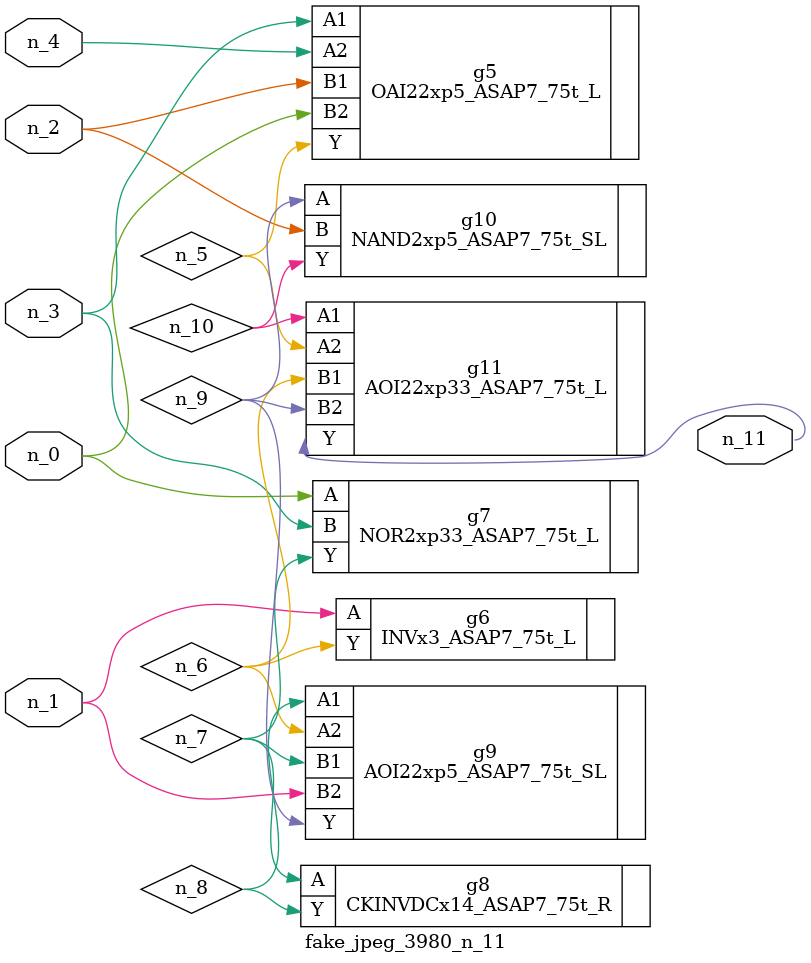
<source format=v>
module fake_jpeg_3980_n_11 (n_3, n_2, n_1, n_0, n_4, n_11);

input n_3;
input n_2;
input n_1;
input n_0;
input n_4;

output n_11;

wire n_10;
wire n_8;
wire n_9;
wire n_6;
wire n_5;
wire n_7;

OAI22xp5_ASAP7_75t_L g5 ( 
.A1(n_3),
.A2(n_4),
.B1(n_2),
.B2(n_0),
.Y(n_5)
);

INVx3_ASAP7_75t_L g6 ( 
.A(n_1),
.Y(n_6)
);

NOR2xp33_ASAP7_75t_L g7 ( 
.A(n_0),
.B(n_3),
.Y(n_7)
);

CKINVDCx14_ASAP7_75t_R g8 ( 
.A(n_7),
.Y(n_8)
);

AOI22xp5_ASAP7_75t_SL g9 ( 
.A1(n_8),
.A2(n_6),
.B1(n_7),
.B2(n_1),
.Y(n_9)
);

NAND2xp5_ASAP7_75t_SL g10 ( 
.A(n_9),
.B(n_2),
.Y(n_10)
);

AOI22xp33_ASAP7_75t_L g11 ( 
.A1(n_10),
.A2(n_5),
.B1(n_6),
.B2(n_9),
.Y(n_11)
);


endmodule
</source>
